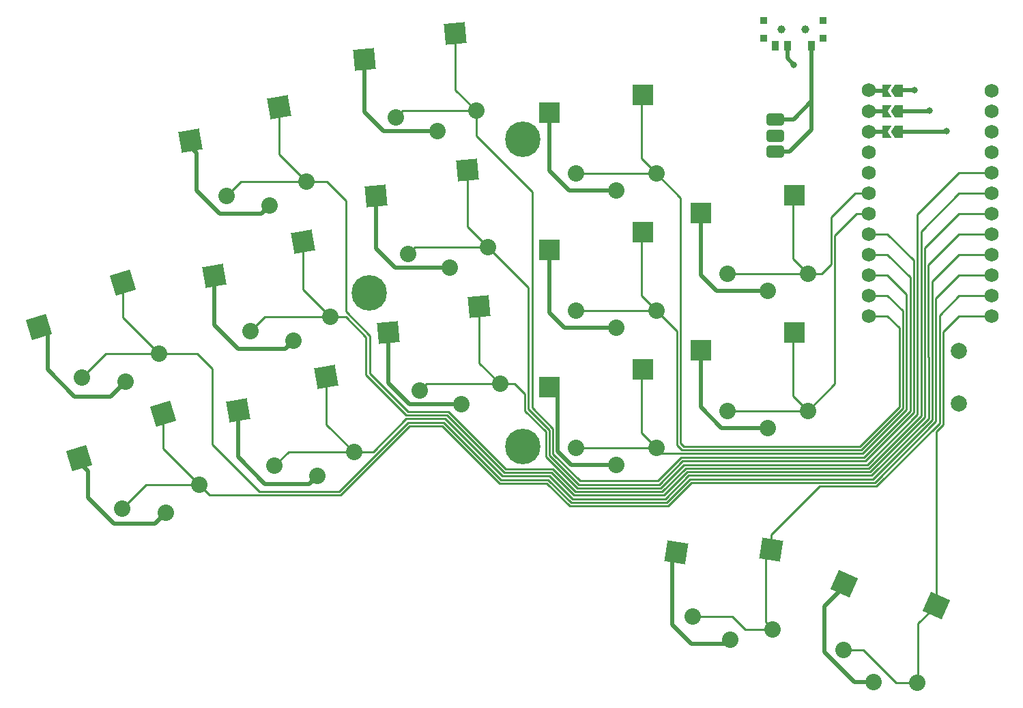
<source format=gtl>
%TF.GenerationSoftware,KiCad,Pcbnew,(6.0.4)*%
%TF.CreationDate,2022-05-21T23:25:38+02:00*%
%TF.ProjectId,battoota,62617474-6f6f-4746-912e-6b696361645f,v1.0.0*%
%TF.SameCoordinates,Original*%
%TF.FileFunction,Copper,L1,Top*%
%TF.FilePolarity,Positive*%
%FSLAX46Y46*%
G04 Gerber Fmt 4.6, Leading zero omitted, Abs format (unit mm)*
G04 Created by KiCad (PCBNEW (6.0.4)) date 2022-05-21 23:25:38*
%MOMM*%
%LPD*%
G01*
G04 APERTURE LIST*
G04 Aperture macros list*
%AMRoundRect*
0 Rectangle with rounded corners*
0 $1 Rounding radius*
0 $2 $3 $4 $5 $6 $7 $8 $9 X,Y pos of 4 corners*
0 Add a 4 corners polygon primitive as box body*
4,1,4,$2,$3,$4,$5,$6,$7,$8,$9,$2,$3,0*
0 Add four circle primitives for the rounded corners*
1,1,$1+$1,$2,$3*
1,1,$1+$1,$4,$5*
1,1,$1+$1,$6,$7*
1,1,$1+$1,$8,$9*
0 Add four rect primitives between the rounded corners*
20,1,$1+$1,$2,$3,$4,$5,0*
20,1,$1+$1,$4,$5,$6,$7,0*
20,1,$1+$1,$6,$7,$8,$9,0*
20,1,$1+$1,$8,$9,$2,$3,0*%
%AMRotRect*
0 Rectangle, with rotation*
0 The origin of the aperture is its center*
0 $1 length*
0 $2 width*
0 $3 Rotation angle, in degrees counterclockwise*
0 Add horizontal line*
21,1,$1,$2,0,0,$3*%
%AMFreePoly0*
4,1,6,0.500000,-0.750000,-0.650000,-0.750000,-0.150000,0.000000,-0.650000,0.750000,0.500000,0.750000,0.500000,-0.750000,0.500000,-0.750000,$1*%
%AMFreePoly1*
4,1,6,1.000000,0.000000,0.500000,-0.750000,-0.500000,-0.750000,-0.500000,0.750000,0.500000,0.750000,1.000000,0.000000,1.000000,0.000000,$1*%
G04 Aperture macros list end*
%TA.AperFunction,ComponentPad*%
%ADD10C,2.000000*%
%TD*%
%TA.AperFunction,SMDPad,CuDef*%
%ADD11RotRect,2.600000X2.600000X10.000000*%
%TD*%
%TA.AperFunction,ComponentPad*%
%ADD12C,2.032000*%
%TD*%
%TA.AperFunction,SMDPad,CuDef*%
%ADD13RotRect,2.600000X2.600000X5.000000*%
%TD*%
%TA.AperFunction,SMDPad,CuDef*%
%ADD14R,2.600000X2.600000*%
%TD*%
%TA.AperFunction,ComponentPad*%
%ADD15RoundRect,0.375000X-0.750000X0.375000X-0.750000X-0.375000X0.750000X-0.375000X0.750000X0.375000X0*%
%TD*%
%TA.AperFunction,SMDPad,CuDef*%
%ADD16RotRect,2.600000X2.600000X336.000000*%
%TD*%
%TA.AperFunction,SMDPad,CuDef*%
%ADD17RotRect,2.600000X2.600000X17.000000*%
%TD*%
%TA.AperFunction,SMDPad,CuDef*%
%ADD18R,0.900000X0.900000*%
%TD*%
%TA.AperFunction,SMDPad,CuDef*%
%ADD19R,0.900000X1.250000*%
%TD*%
%TA.AperFunction,WasherPad*%
%ADD20C,1.000000*%
%TD*%
%TA.AperFunction,SMDPad,CuDef*%
%ADD21RotRect,2.600000X2.600000X351.000000*%
%TD*%
%TA.AperFunction,ComponentPad*%
%ADD22C,1.752600*%
%TD*%
%TA.AperFunction,SMDPad,CuDef*%
%ADD23FreePoly0,180.000000*%
%TD*%
%TA.AperFunction,SMDPad,CuDef*%
%ADD24R,1.524000X0.500000*%
%TD*%
%TA.AperFunction,SMDPad,CuDef*%
%ADD25FreePoly1,180.000000*%
%TD*%
%TA.AperFunction,ComponentPad*%
%ADD26C,4.400000*%
%TD*%
%TA.AperFunction,ViaPad*%
%ADD27C,0.800000*%
%TD*%
%TA.AperFunction,Conductor*%
%ADD28C,0.250000*%
%TD*%
%TA.AperFunction,Conductor*%
%ADD29C,0.500000*%
%TD*%
G04 APERTURE END LIST*
D10*
%TO.P,B1,1*%
%TO.N,RST*%
X157969791Y80873254D03*
%TO.P,B1,2*%
%TO.N,GND*%
X157969791Y74373254D03*
%TD*%
D11*
%TO.P,S11,1*%
%TO.N,P3*%
X73579149Y111173371D03*
%TO.P,S11,2*%
%TO.N,GND*%
X62586645Y107001157D03*
%TD*%
D12*
%TO.P,S34,1*%
%TO.N,P9*%
X143601464Y43800464D03*
X152736919Y39733098D03*
%TO.P,S34,2*%
%TO.N,GND*%
X147315045Y39848336D03*
X147315045Y39848336D03*
%TD*%
D13*
%TO.P,S15,1*%
%TO.N,P18*%
X96965604Y103326961D03*
%TO.P,S15,2*%
%TO.N,GND*%
X85651298Y100128683D03*
%TD*%
D14*
%TO.P,S21,1*%
%TO.N,P16*%
X118686087Y95636017D03*
%TO.P,S21,2*%
%TO.N,GND*%
X107136087Y93436017D03*
%TD*%
D12*
%TO.P,S8,1*%
%TO.N,P5*%
X73026972Y66651093D03*
X82875050Y68387574D03*
%TO.P,S8,2*%
%TO.N,GND*%
X78315672Y65451237D03*
X78315672Y65451237D03*
%TD*%
%TO.P,S14,1*%
%TO.N,P2*%
X91053509Y75957538D03*
X101015456Y76829096D03*
%TO.P,S14,2*%
%TO.N,GND*%
X96217510Y74301308D03*
X96217510Y74301308D03*
%TD*%
%TO.P,S20,1*%
%TO.N,P14*%
X120411087Y68886017D03*
X110411087Y68886017D03*
%TO.P,S20,2*%
%TO.N,GND*%
X115411087Y66786017D03*
X115411087Y66786017D03*
%TD*%
%TO.P,S28,1*%
%TO.N,P19*%
X129218280Y73478852D03*
X139218280Y73478852D03*
%TO.P,S28,2*%
%TO.N,GND*%
X134218280Y71378852D03*
X134218280Y71378852D03*
%TD*%
D14*
%TO.P,S29,1*%
%TO.N,P20*%
X137493280Y100228852D03*
%TO.P,S29,2*%
%TO.N,GND*%
X125943280Y98028852D03*
%TD*%
D15*
%TO.P,PAD1,1*%
%TO.N,Braw*%
X135161176Y105614670D03*
%TO.P,PAD1,2*%
%TO.N,GND*%
X135161176Y107614670D03*
%TO.P,PAD1,3*%
%TO.N,Braw*%
X135161176Y109614670D03*
%TD*%
D16*
%TO.P,S33,1*%
%TO.N,P9*%
X155126735Y49341787D03*
%TO.P,S33,2*%
%TO.N,GND*%
X143680465Y52029795D03*
%TD*%
D11*
%TO.P,S7,1*%
%TO.N,P5*%
X79483187Y77689907D03*
%TO.P,S7,2*%
%TO.N,GND*%
X68490683Y73517693D03*
%TD*%
D17*
%TO.P,S5,1*%
%TO.N,P6*%
X54234545Y89377494D03*
%TO.P,S5,2*%
%TO.N,GND*%
X43832443Y83896730D03*
%TD*%
D14*
%TO.P,S27,1*%
%TO.N,P19*%
X137493280Y83228852D03*
%TO.P,S27,2*%
%TO.N,GND*%
X125943280Y81028852D03*
%TD*%
D11*
%TO.P,S9,1*%
%TO.N,P4*%
X76531168Y94431639D03*
%TO.P,S9,2*%
%TO.N,GND*%
X65538664Y90259425D03*
%TD*%
D12*
%TO.P,S16,1*%
%TO.N,P18*%
X99533808Y93764406D03*
X89571861Y92892848D03*
%TO.P,S16,2*%
%TO.N,GND*%
X94735862Y91236618D03*
X94735862Y91236618D03*
%TD*%
%TO.P,S30,1*%
%TO.N,P20*%
X139218280Y90478852D03*
X129218280Y90478852D03*
%TO.P,S30,2*%
%TO.N,GND*%
X134218280Y88378852D03*
X134218280Y88378852D03*
%TD*%
D13*
%TO.P,S13,1*%
%TO.N,P2*%
X98447252Y86391651D03*
%TO.P,S13,2*%
%TO.N,GND*%
X87132946Y83193373D03*
%TD*%
D12*
%TO.P,S24,1*%
%TO.N,P10*%
X110411087Y102886017D03*
X120411087Y102886017D03*
%TO.P,S24,2*%
%TO.N,GND*%
X115411087Y100786017D03*
X115411087Y100786017D03*
%TD*%
D18*
%TO.P,T1,*%
%TO.N,*%
X141119791Y119703254D03*
X133719791Y121903254D03*
X141119791Y121903254D03*
X133719791Y119703254D03*
D19*
%TO.P,T1,1*%
%TO.N,Braw*%
X139669791Y118728254D03*
%TO.P,T1,2*%
%TO.N,RAW*%
X136669791Y118728254D03*
%TO.P,T1,3*%
%TO.N,N/C*%
X135169791Y118728254D03*
%TD*%
D13*
%TO.P,S17,1*%
%TO.N,P15*%
X95483957Y120262271D03*
%TO.P,S17,2*%
%TO.N,GND*%
X84169651Y117063993D03*
%TD*%
D12*
%TO.P,S4,1*%
%TO.N,P7*%
X54142067Y61376965D03*
X63705114Y64300682D03*
%TO.P,S4,2*%
%TO.N,GND*%
X59537571Y60830584D03*
X59537571Y60830584D03*
%TD*%
%TO.P,S10,1*%
%TO.N,P4*%
X70074953Y83392825D03*
X79923031Y85129306D03*
%TO.P,S10,2*%
%TO.N,GND*%
X75363653Y82192969D03*
X75363653Y82192969D03*
%TD*%
%TO.P,S22,1*%
%TO.N,P16*%
X110411087Y85886017D03*
X120411087Y85886017D03*
%TO.P,S22,2*%
%TO.N,GND*%
X115411087Y83786017D03*
X115411087Y83786017D03*
%TD*%
D20*
%TO.P,T2,*%
%TO.N,*%
X135919791Y120803254D03*
X138919791Y120803254D03*
%TD*%
D21*
%TO.P,S31,1*%
%TO.N,P8*%
X134641582Y56301432D03*
%TO.P,S31,2*%
%TO.N,GND*%
X122889626Y55935335D03*
%TD*%
D22*
%TO.P,MCU1,*%
%TO.N,*%
X161977213Y110643254D03*
D23*
X148993690Y110643254D03*
X148993690Y113183254D03*
D24*
X148068690Y108103254D03*
D22*
X161977213Y108103254D03*
X146737213Y108103254D03*
D24*
X148068690Y113183254D03*
D23*
X148993690Y108103254D03*
D24*
X148068690Y110643254D03*
D22*
X146737213Y113267000D03*
X161977213Y113183254D03*
X146737213Y110643254D03*
D25*
%TO.P,MCU1,1*%
%TO.N,RAW*%
X150443690Y113183254D03*
%TO.P,MCU1,2*%
%TO.N,GND*%
X150443690Y110643254D03*
%TO.P,MCU1,3*%
%TO.N,RST*%
X150443690Y108103254D03*
D22*
%TO.P,MCU1,4*%
%TO.N,N/C*%
X146737213Y105563254D03*
%TO.P,MCU1,5*%
%TO.N,P21*%
X146737213Y103023254D03*
%TO.P,MCU1,6*%
%TO.N,P20*%
X146737213Y100483254D03*
%TO.P,MCU1,7*%
%TO.N,P19*%
X146737213Y97943254D03*
%TO.P,MCU1,8*%
%TO.N,P18*%
X146737213Y95403254D03*
%TO.P,MCU1,9*%
%TO.N,P15*%
X146737213Y92863254D03*
%TO.P,MCU1,10*%
%TO.N,P14*%
X146737213Y90323254D03*
%TO.P,MCU1,11*%
%TO.N,P16*%
X146737213Y87783254D03*
%TO.P,MCU1,12*%
%TO.N,P10*%
X146737213Y85243254D03*
%TO.P,MCU1,16*%
%TO.N,N/C*%
X161977213Y105563254D03*
%TO.P,MCU1,17*%
%TO.N,P2*%
X161977213Y103023254D03*
%TO.P,MCU1,18*%
%TO.N,P3*%
X161977213Y100483254D03*
%TO.P,MCU1,19*%
%TO.N,P4*%
X161977213Y97943254D03*
%TO.P,MCU1,20*%
%TO.N,P5*%
X161977213Y95403254D03*
%TO.P,MCU1,21*%
%TO.N,P6*%
X161977213Y92863254D03*
%TO.P,MCU1,22*%
%TO.N,P7*%
X161977213Y90323254D03*
%TO.P,MCU1,23*%
%TO.N,P8*%
X161977213Y87783254D03*
%TO.P,MCU1,24*%
%TO.N,P9*%
X161977213Y85243254D03*
%TD*%
D17*
%TO.P,S3,1*%
%TO.N,P7*%
X59204864Y73120313D03*
%TO.P,S3,2*%
%TO.N,GND*%
X48802762Y67639549D03*
%TD*%
D12*
%TO.P,S32,1*%
%TO.N,P8*%
X134820109Y46401621D03*
X124943225Y47965966D03*
%TO.P,S32,2*%
%TO.N,GND*%
X129553155Y45109648D03*
X129553155Y45109648D03*
%TD*%
D26*
%TO.P,REF\u002A\u002A,1*%
%TO.N,N/C*%
X84747220Y88141427D03*
X103797220Y69091427D03*
X103797220Y107191427D03*
%TD*%
D12*
%TO.P,S12,1*%
%TO.N,P3*%
X76971012Y101871038D03*
X67122934Y100134557D03*
%TO.P,S12,2*%
%TO.N,GND*%
X72411634Y98934701D03*
X72411634Y98934701D03*
%TD*%
D14*
%TO.P,S23,1*%
%TO.N,P10*%
X118686087Y112636017D03*
%TO.P,S23,2*%
%TO.N,GND*%
X107136087Y110436017D03*
%TD*%
D12*
%TO.P,S6,1*%
%TO.N,P6*%
X49171748Y77634146D03*
X58734795Y80557863D03*
%TO.P,S6,2*%
%TO.N,GND*%
X54567252Y77087765D03*
X54567252Y77087765D03*
%TD*%
D14*
%TO.P,S19,1*%
%TO.N,P14*%
X118686087Y78636017D03*
%TO.P,S19,2*%
%TO.N,GND*%
X107136087Y76436017D03*
%TD*%
D12*
%TO.P,S18,1*%
%TO.N,P15*%
X88090214Y109828158D03*
X98052161Y110699716D03*
%TO.P,S18,2*%
%TO.N,GND*%
X93254215Y108171928D03*
X93254215Y108171928D03*
%TD*%
D27*
%TO.N,GND*%
X154304587Y110691138D03*
%TO.N,RAW*%
X152400000Y113253855D03*
X137471818Y116415955D03*
%TO.N,RST*%
X156389782Y108147058D03*
%TD*%
D28*
%TO.N,P6*%
X147293059Y65010791D02*
X124592825Y65010791D01*
X124592825Y65010791D02*
X121686138Y62104105D01*
X58734795Y80557863D02*
X52095465Y80557863D01*
X54234545Y89377494D02*
X54234545Y85058113D01*
X52095465Y80557863D02*
X49171748Y77634146D01*
X109813673Y62104105D02*
X106982862Y64934916D01*
X121686138Y62104105D02*
X109813673Y62104105D01*
X54234545Y85058113D02*
X58734795Y80557863D01*
X63479549Y80557863D02*
X58734795Y80557863D01*
X161977213Y92863254D02*
X157969791Y92863254D01*
X154628374Y72346106D02*
X147293059Y65010791D01*
X106982862Y64934916D02*
X101130724Y64934916D01*
X154628374Y89521837D02*
X154628374Y72346106D01*
X81024544Y63500000D02*
X71120000Y63500000D01*
X157969791Y92863254D02*
X154628374Y89521837D01*
X101130724Y64934916D02*
X94028116Y72037521D01*
X71120000Y63500000D02*
X65297412Y69322588D01*
X94028116Y72037521D02*
X89562066Y72037521D01*
X65297412Y78740000D02*
X63479549Y80557863D01*
X65297412Y69322588D02*
X65297412Y78740000D01*
X89562066Y72037521D02*
X81024544Y63500000D01*
D29*
%TO.N,GND*%
X108153560Y75418544D02*
X107136087Y76436017D01*
X63384822Y105421809D02*
X62586645Y106219986D01*
X96217510Y74301308D02*
X89760656Y74301308D01*
X134218280Y88378852D02*
X127851901Y88378852D01*
X63384822Y100802250D02*
X63384822Y105421809D01*
X128490798Y71378852D02*
X125943280Y73926370D01*
X75363653Y82192969D02*
X74347654Y81176970D01*
X115411087Y66786017D02*
X109815760Y66786017D01*
X125943280Y90287473D02*
X125943280Y98028852D01*
X108153560Y68448217D02*
X108153560Y75418544D01*
X62586645Y106219986D02*
X62586645Y107001157D01*
X66268370Y97918702D02*
X63384822Y100802250D01*
X74347654Y81176970D02*
X68485407Y81176970D01*
X71813295Y64435238D02*
X68490683Y67757850D01*
X89760656Y74301308D02*
X87132946Y76929018D01*
X109815760Y66786017D02*
X108153560Y68448217D01*
X49917361Y65987885D02*
X48802762Y67102484D01*
X143680465Y51683244D02*
X143680465Y52029795D01*
X122409791Y46944111D02*
X122409791Y55455499D01*
X59537571Y60830584D02*
X58196209Y59489222D01*
X77299673Y64435238D02*
X71813295Y64435238D01*
X115411087Y83786017D02*
X108973745Y83786017D01*
X78315672Y65451237D02*
X77299673Y64435238D01*
X58196209Y59489222D02*
X53137791Y59489222D01*
X71395635Y97918702D02*
X66268370Y97918702D01*
X147315045Y39848335D02*
X144944710Y39848335D01*
X53137791Y59489222D02*
X49917361Y62709652D01*
X134218280Y71378852D02*
X128490798Y71378852D01*
X107136087Y103216201D02*
X107136087Y110436017D01*
X86601289Y108171928D02*
X86570217Y108140856D01*
X93254215Y108171928D02*
X86601289Y108171928D01*
X115411087Y100786017D02*
X109566271Y100786017D01*
X68485407Y81176970D02*
X65538664Y84123713D01*
X85651298Y93599163D02*
X85651298Y100128683D01*
X124750648Y44603254D02*
X122409791Y46944111D01*
X65538664Y84123713D02*
X65538664Y90259425D01*
X122409791Y55455499D02*
X122889627Y55935335D01*
X48802762Y67102484D02*
X48802762Y67639549D01*
X154256703Y110643254D02*
X150443690Y110643254D01*
X108153560Y76015027D02*
X107136087Y77032500D01*
X109566271Y100786017D02*
X107136087Y103216201D01*
X94735862Y91236618D02*
X88013843Y91236618D01*
X48232895Y75218284D02*
X44864298Y78586881D01*
X87132946Y76929018D02*
X87132946Y83193373D01*
X88013843Y91236618D02*
X85651298Y93599163D01*
X108973745Y83786017D02*
X107136087Y85623675D01*
X154304587Y110691138D02*
X154256703Y110643254D01*
X127851901Y88378852D02*
X125943280Y90287473D01*
X44864298Y78586881D02*
X44864298Y82864875D01*
X86570217Y108140856D02*
X84169651Y110541422D01*
X54567252Y77087765D02*
X52697771Y75218284D01*
X72411634Y98934701D02*
X71395635Y97918702D01*
X144944710Y39848335D02*
X141266015Y43527030D01*
X68490683Y67757850D02*
X68490683Y73517693D01*
X52697771Y75218284D02*
X48232895Y75218284D01*
X141266015Y43527030D02*
X141266015Y49268794D01*
X107136087Y85623675D02*
X107136087Y93436017D01*
X129553156Y45109647D02*
X129046763Y44603254D01*
X141266015Y49268794D02*
X143680465Y51683244D01*
X44864298Y82864875D02*
X43832443Y83896730D01*
X129046763Y44603254D02*
X124750648Y44603254D01*
X49917361Y62709652D02*
X49917361Y65987885D01*
X125943280Y73926370D02*
X125943280Y81028852D01*
X84169651Y110541422D02*
X84169651Y117063993D01*
D28*
%TO.N,P5*%
X154178854Y72532303D02*
X154178854Y80140845D01*
X154159791Y80159908D02*
X154159791Y91593254D01*
X82875050Y68387574D02*
X85276400Y68387574D01*
X109999871Y62553625D02*
X121499941Y62553625D01*
X94214315Y72487041D02*
X101316920Y65384436D01*
X79483187Y71779437D02*
X82875050Y68387574D01*
X107169060Y65384436D02*
X109999871Y62553625D01*
X89375867Y72487041D02*
X94214315Y72487041D01*
X157969791Y95403254D02*
X161977213Y95403254D01*
X82875050Y68387574D02*
X74763453Y68387574D01*
X79483187Y77689907D02*
X79483187Y71779437D01*
X124406628Y65460311D02*
X147106862Y65460311D01*
X74763453Y68387574D02*
X73026972Y66651093D01*
X147106862Y65460311D02*
X154178854Y72532303D01*
X121499941Y62553625D02*
X124406628Y65460311D01*
X85276400Y68387574D02*
X89375867Y72487041D01*
X101316920Y65384436D02*
X107169060Y65384436D01*
X154159791Y91593254D02*
X157969791Y95403254D01*
X154178854Y80140845D02*
X154159791Y80159908D01*
%TO.N,P4*%
X76531168Y88521169D02*
X79923031Y85129306D01*
X157969791Y97943254D02*
X161977213Y97943254D01*
X76531168Y94431639D02*
X76531168Y88521169D01*
X101503117Y65833956D02*
X107355257Y65833956D01*
X153698572Y72687741D02*
X153698572Y93672035D01*
X124220427Y65909831D02*
X146920664Y65909831D01*
X94400512Y72936561D02*
X101503117Y65833956D01*
X110186071Y63003145D02*
X121313741Y63003145D01*
X89382986Y72936561D02*
X94400512Y72936561D01*
X84386480Y82617802D02*
X84386480Y77933067D01*
X121313741Y63003145D02*
X124220427Y65909831D01*
X79923031Y85129306D02*
X71811434Y85129306D01*
X107355257Y65833956D02*
X110186071Y63003145D01*
X79923031Y85129306D02*
X81874976Y85129306D01*
X84386480Y77933067D02*
X89382986Y72936561D01*
X146920664Y65909831D02*
X153698572Y72687741D01*
X71811434Y85129306D02*
X70074953Y83392825D01*
X81874976Y85129306D02*
X84386480Y82617802D01*
X153698572Y93672035D02*
X157969791Y97943254D01*
%TO.N,P3*%
X68859415Y101871038D02*
X67122934Y100134557D01*
X81858703Y99573497D02*
X81858703Y85781297D01*
X146734466Y66359351D02*
X153249052Y72873938D01*
X101689314Y66283476D02*
X107541455Y66283476D01*
X153249052Y95762515D02*
X157969791Y100483254D01*
X124034230Y66359351D02*
X146734466Y66359351D01*
X73579149Y111173371D02*
X73579149Y105262901D01*
X79561162Y101871038D02*
X81858703Y99573497D01*
X76971012Y101871038D02*
X79561162Y101871038D01*
X107541455Y66283476D02*
X110372268Y63452665D01*
X84836000Y78119265D02*
X89569184Y73386081D01*
X157969791Y100483254D02*
X161977213Y100483254D01*
X89569184Y73386081D02*
X94586709Y73386081D01*
X76971012Y101871038D02*
X68859415Y101871038D01*
X153249052Y72873938D02*
X153249052Y95762515D01*
X84836000Y82804000D02*
X84836000Y78119265D01*
X81858703Y85781297D02*
X84836000Y82804000D01*
X73579149Y105262901D02*
X76971012Y101871038D01*
X94586709Y73386081D02*
X101689314Y66283476D01*
X121127543Y63452665D02*
X124034230Y66359351D01*
X110372268Y63452665D02*
X121127543Y63452665D01*
%TO.N,P2*%
X91925067Y76829096D02*
X91053509Y75957538D01*
X157969791Y103023254D02*
X161977213Y103023254D01*
X101015456Y76829096D02*
X98447252Y79397300D01*
X98447252Y79397300D02*
X98447252Y86391651D01*
X152799532Y73060135D02*
X152799532Y97852995D01*
X102844128Y76829096D02*
X104079160Y75594064D01*
X104079160Y73484347D02*
X106680000Y70883507D01*
X106680000Y70883507D02*
X106680001Y67780648D01*
X120941347Y63902185D02*
X123848033Y66808871D01*
X104079160Y75594064D02*
X104079160Y73484347D01*
X106680001Y67780648D02*
X110558465Y63902185D01*
X101015456Y76829096D02*
X91925067Y76829096D01*
X101015456Y76829096D02*
X102844128Y76829096D01*
X152799532Y97852995D02*
X157969791Y103023254D01*
X110558465Y63902185D02*
X120941347Y63902185D01*
X123848033Y66808871D02*
X146548268Y66808871D01*
X146548268Y66808871D02*
X152799532Y73060135D01*
%TO.N,P18*%
X149079791Y95403254D02*
X146737213Y95403254D01*
X146362070Y67258391D02*
X152350012Y73246333D01*
X99533808Y93764406D02*
X90443419Y93764406D01*
X96965604Y96332610D02*
X99533808Y93764406D01*
X104528680Y88769534D02*
X104528680Y73670546D01*
X110744662Y64351705D02*
X120755149Y64351705D01*
X152350012Y92133033D02*
X149079791Y95403254D01*
X120755149Y64351705D02*
X123661836Y67258391D01*
X96965604Y103326961D02*
X96965604Y96332610D01*
X107129520Y71069705D02*
X107129520Y67966846D01*
X123661836Y67258391D02*
X146362070Y67258391D01*
X107392843Y67703524D02*
X110744662Y64351705D01*
X107129520Y67966846D02*
X107392843Y67703524D01*
X90443419Y93764406D02*
X89571861Y92892848D01*
X104528680Y73670546D02*
X107129520Y71069705D01*
X99533808Y93764406D02*
X104528680Y88769534D01*
X152350012Y73246333D02*
X152350012Y92133033D01*
%TO.N,P15*%
X104978200Y100615750D02*
X104978200Y73856744D01*
X151900492Y90042553D02*
X149079791Y92863254D01*
X107579040Y71255902D02*
X107579040Y68153044D01*
X95483957Y120262271D02*
X95483957Y113267920D01*
X110930859Y64801225D02*
X120568951Y64801225D01*
X104978200Y73856744D02*
X107579040Y71255902D01*
X107579040Y68153044D02*
X110930859Y64801225D01*
X151900492Y73432531D02*
X151900492Y90042553D01*
X98052161Y110699716D02*
X98052161Y107541789D01*
X88961772Y110699716D02*
X88090214Y109828158D01*
X149079791Y92863254D02*
X146737213Y92863254D01*
X146175872Y67707911D02*
X151900492Y73432531D01*
X123475639Y67707911D02*
X146175872Y67707911D01*
X98052161Y110699716D02*
X88961772Y110699716D01*
X95483957Y113267920D02*
X98052161Y110699716D01*
X98052161Y107541789D02*
X104978200Y100615750D01*
X120568951Y64801225D02*
X123475639Y67707911D01*
%TO.N,P14*%
X120411087Y68886017D02*
X110411087Y68886017D01*
X118536566Y78486496D02*
X118536566Y70760538D01*
X149079791Y90323254D02*
X151450972Y87952073D01*
X121128314Y68168790D02*
X120411087Y68886017D01*
X118536566Y70760538D02*
X120411087Y68886017D01*
X146001033Y68168790D02*
X121128314Y68168790D01*
X151450972Y73618729D02*
X146001033Y68168790D01*
X146737213Y90323254D02*
X149079791Y90323254D01*
X151450972Y87952073D02*
X151450972Y73618729D01*
X118686087Y78636017D02*
X118536566Y78486496D01*
%TO.N,P16*%
X118536566Y87760538D02*
X120411087Y85886017D01*
X120411087Y85886017D02*
X122966194Y83330910D01*
X110411087Y85886017D02*
X120411087Y85886017D01*
X122966194Y83330910D02*
X122966194Y69188523D01*
X123536407Y68618310D02*
X145814835Y68618310D01*
X118536566Y95486496D02*
X118536566Y87760538D01*
X149079791Y87783254D02*
X146737213Y87783254D01*
X151001452Y73804926D02*
X151001452Y85861593D01*
X122966194Y69188523D02*
X123536407Y68618310D01*
X145814835Y68618310D02*
X151001452Y73804926D01*
X118686087Y95636017D02*
X118536566Y95486496D01*
X151001452Y85861593D02*
X149079791Y87783254D01*
%TO.N,P10*%
X150551932Y83771113D02*
X149079791Y85243254D01*
X118536566Y112486496D02*
X118536566Y104760538D01*
X150551932Y73991124D02*
X150551932Y83771113D01*
X120411087Y102886017D02*
X123415714Y99881390D01*
X120411087Y102886017D02*
X110411087Y102886017D01*
X123415714Y69445978D02*
X123793862Y69067830D01*
X118686087Y112636017D02*
X118536566Y112486496D01*
X123415714Y99881390D02*
X123415714Y69445978D01*
X149079791Y85243254D02*
X146737213Y85243254D01*
X145628638Y69067830D02*
X150551932Y73991124D01*
X123793862Y69067830D02*
X145628638Y69067830D01*
X118536566Y104760538D02*
X120411087Y102886017D01*
%TO.N,P19*%
X137343759Y75353373D02*
X137343759Y83079331D01*
X139218280Y73478852D02*
X137343759Y75353373D01*
X137343759Y83079331D02*
X137493280Y83228852D01*
X142540891Y95227517D02*
X145256628Y97943254D01*
X142540891Y76801463D02*
X142540891Y95227517D01*
X139218280Y73478852D02*
X142540891Y76801463D01*
X129218280Y73478852D02*
X139218280Y73478852D01*
X145256628Y97943254D02*
X146737213Y97943254D01*
%TO.N,P20*%
X137343759Y92353373D02*
X137343759Y100079331D01*
X137343759Y100079331D02*
X137493280Y100228852D01*
X139218280Y90478852D02*
X137343759Y92353373D01*
X145049107Y100483254D02*
X146737213Y100483254D01*
X139218280Y90478852D02*
X140928549Y90478852D01*
X142091371Y97525518D02*
X145049107Y100483254D01*
X140928549Y90478852D02*
X142091371Y91641674D01*
X129218280Y90478852D02*
X139218280Y90478852D01*
X142091371Y91641674D02*
X142091371Y97525518D01*
%TO.N,P7*%
X124779023Y64561271D02*
X121872335Y61654585D01*
X64955316Y63050480D02*
X63705114Y64300682D01*
X81210741Y63050480D02*
X64955316Y63050480D01*
X161977213Y90323254D02*
X157969791Y90323254D01*
X59204864Y68800932D02*
X63705114Y64300682D01*
X100944526Y64485396D02*
X93841919Y71588001D01*
X106796665Y64485396D02*
X100944526Y64485396D01*
X155077894Y72159908D02*
X147479256Y64561271D01*
X89748263Y71588001D02*
X81210741Y63050480D01*
X157969791Y90323254D02*
X155077894Y87431357D01*
X155077894Y87431357D02*
X155077894Y72159908D01*
X63705114Y64300682D02*
X57065784Y64300682D01*
X109627476Y61654585D02*
X106796665Y64485396D01*
X147479256Y64561271D02*
X124779023Y64561271D01*
X57065784Y64300682D02*
X54142067Y61376965D01*
X93841919Y71588001D02*
X89748263Y71588001D01*
X121872335Y61654585D02*
X109627476Y61654585D01*
X59204864Y73120313D02*
X59204864Y68800932D01*
%TO.N,P8*%
X133945840Y55605688D02*
X133945840Y47275890D01*
X134820109Y46401621D02*
X131400442Y46401621D01*
X161977213Y87783254D02*
X157969791Y87783254D01*
X134641583Y56301431D02*
X133945840Y55605688D01*
X133945840Y47275890D02*
X134820109Y46401621D01*
X155527414Y71973710D02*
X147665453Y64111751D01*
X147665453Y64111751D02*
X140648288Y64111751D01*
X140648288Y64111751D02*
X134641582Y58105045D01*
X129836098Y47965965D02*
X124943226Y47965965D01*
X131400442Y46401621D02*
X129836098Y47965965D01*
X134641582Y58105045D02*
X134641582Y56301432D01*
X155527414Y85340877D02*
X155527414Y71973710D01*
X157969791Y87783254D02*
X155527414Y85340877D01*
%TO.N,P9*%
X157969791Y85243254D02*
X155976934Y83250397D01*
X155976934Y83250397D02*
X155976934Y71787512D01*
X146072581Y43800464D02*
X143601465Y43800464D01*
X150139947Y39733098D02*
X146072581Y43800464D01*
X161977213Y85243254D02*
X157969791Y85243254D01*
X152889791Y39885970D02*
X152736919Y39733098D01*
X155126735Y70937314D02*
X155126735Y49341787D01*
X155126735Y49341787D02*
X152889791Y47104843D01*
X152889791Y47104843D02*
X152889791Y39885970D01*
X152736919Y39733098D02*
X150139947Y39733098D01*
X155976934Y71787512D02*
X155126735Y70937314D01*
D29*
%TO.N,RAW*%
X152372041Y113225896D02*
X150419502Y113225896D01*
X136669791Y117217982D02*
X137471818Y116415955D01*
X152400000Y113253855D02*
X152372041Y113225896D01*
X136669791Y118728254D02*
X136669791Y117217982D01*
%TO.N,RST*%
X150466332Y108125896D02*
X150443690Y108103254D01*
X156389782Y108147058D02*
X156368620Y108125896D01*
X156368620Y108125896D02*
X150466332Y108125896D01*
%TO.N,Braw*%
X139669791Y118728254D02*
X139669791Y108321707D01*
X137421493Y109614670D02*
X135161176Y109614670D01*
X139669791Y118728254D02*
X139669791Y111862968D01*
X139669791Y108321707D02*
X136962754Y105614670D01*
X139669791Y111862968D02*
X137421493Y109614670D01*
X136962754Y105614670D02*
X135161176Y105614670D01*
%TD*%
M02*

</source>
